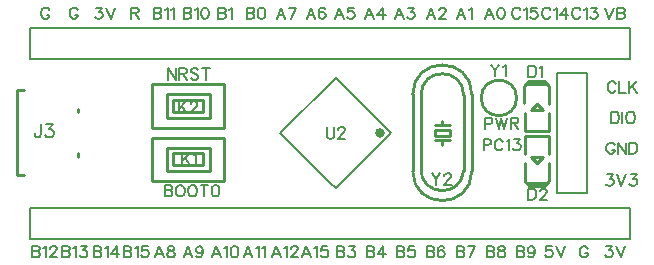
<source format=gto>
G04 Layer: TopSilkLayer*
G04 EasyEDA v6.4.7, 2020-12-25T10:38:26+08:00*
G04 e43d5a52300b4474860904ef7121ae38,6a067dcc3d704d6e9d47775c98f5c0bd,10*
G04 Gerber Generator version 0.2*
G04 Scale: 100 percent, Rotated: No, Reflected: No *
G04 Dimensions in inches *
G04 leading zeros omitted , absolute positions ,2 integer and 4 decimal *
%FSLAX24Y24*%
%MOIN*%
G90*
D02*

%ADD10C,0.010000*%
%ADD31C,0.007992*%
%ADD32C,0.008000*%
%ADD33C,0.007874*%
%ADD34C,0.015748*%
%ADD35C,0.006000*%

%LPD*%
G54D31*
G01X19004Y2429D02*
G01X19004Y5679D01*
G54D32*
G01X19004Y2429D02*
G01X18004Y2429D01*
G01X18004Y6429D01*
G01X19004Y6429D01*
G01X19004Y5679D01*
G01X433Y6929D02*
G01X433Y6879D01*
G01X20433Y6879D01*
G01X20433Y7929D01*
G01X433Y7929D01*
G01X433Y6929D01*
G01X433Y929D02*
G01X433Y879D01*
G01X20433Y879D01*
G01X20433Y1929D01*
G01X433Y1929D01*
G01X433Y929D01*
G54D10*
G01X2047Y5108D02*
G01X2047Y5226D01*
G01X2047Y3631D02*
G01X2047Y3749D01*
G01X236Y5846D02*
G01X-0Y5846D01*
G01X-0Y3011D02*
G01X-0Y5846D01*
G01X236Y3011D02*
G01X-0Y3011D01*
G01X5208Y3743D02*
G01X5208Y3343D01*
G01X6208Y3343D01*
G01X6208Y3743D01*
G01X5208Y3743D01*
G01X6417Y3937D02*
G01X4999Y3937D01*
G01X6417Y3149D02*
G01X6417Y3937D01*
G01X4999Y3149D02*
G01X6417Y3149D01*
G01X4999Y3937D02*
G01X4999Y3149D01*
G01X4507Y2814D02*
G01X4507Y4271D01*
G01X6909Y2814D02*
G01X4507Y2814D01*
G01X6909Y4271D02*
G01X6909Y2814D01*
G01X4507Y4271D02*
G01X6909Y4271D01*
G01X16922Y5101D02*
G01X16922Y4491D01*
G01X17722Y4491D01*
G01X17722Y5101D01*
G01X16912Y5411D02*
G01X16912Y5991D01*
G01X17072Y6151D01*
G01X17572Y6151D01*
G01X17722Y6001D01*
G01X17722Y5401D01*
G01X17125Y5190D02*
G01X17519Y5190D01*
G01X17519Y5190D01*
G01X17322Y5387D01*
G01X17322Y5387D01*
G01X17125Y5190D01*
G01X17007Y6056D02*
G01X17637Y6056D01*
G01X17723Y3717D02*
G01X17723Y4327D01*
G01X16923Y4327D01*
G01X16923Y3717D01*
G01X17733Y3407D02*
G01X17733Y2827D01*
G01X17573Y2667D01*
G01X17073Y2667D01*
G01X16923Y2817D01*
G01X16923Y3417D01*
G01X17520Y3628D02*
G01X17126Y3628D01*
G01X17126Y3628D01*
G01X17323Y3431D01*
G01X17323Y3431D01*
G01X17520Y3628D01*
G01X17638Y2762D02*
G01X17008Y2762D01*
G54D33*
G01X10506Y2693D02*
G01X8780Y4418D01*
G01X10633Y6271D01*
G01X12478Y4425D01*
G01X10626Y2572D01*
G01X10414Y2785D01*
G54D10*
G01X13464Y3248D02*
G01X13464Y5688D01*
G01X13188Y3149D02*
G01X13188Y5708D01*
G01X14881Y5688D02*
G01X14881Y3169D01*
G01X15157Y5708D02*
G01X15157Y3149D01*
G01X14423Y4529D02*
G01X13923Y4529D01*
G01X13923Y4529D02*
G01X13923Y4329D01*
G01X13923Y4329D02*
G01X14423Y4329D01*
G01X14423Y4329D02*
G01X14423Y4529D01*
G01X14423Y4679D02*
G01X14173Y4679D01*
G01X14173Y4679D02*
G01X13923Y4679D01*
G01X14173Y4679D02*
G01X14173Y4829D01*
G01X14423Y4179D02*
G01X14173Y4179D01*
G01X14173Y4179D02*
G01X13923Y4179D01*
G01X14173Y4179D02*
G01X14173Y4029D01*
G01X5208Y5514D02*
G01X5208Y5114D01*
G01X6208Y5114D01*
G01X6208Y5514D01*
G01X5208Y5514D01*
G01X6417Y5708D02*
G01X4999Y5708D01*
G01X6417Y4921D02*
G01X6417Y5708D01*
G01X4999Y4921D02*
G01X6417Y4921D01*
G01X4999Y5708D02*
G01X4999Y4921D01*
G01X4507Y4586D02*
G01X4507Y6043D01*
G01X6909Y4586D02*
G01X4507Y4586D01*
G01X6909Y6043D02*
G01X6909Y4586D01*
G01X4507Y6043D02*
G01X6909Y6043D01*
G54D32*
G01X15551Y4222D02*
G01X15551Y3840D01*
G01X15551Y4222D02*
G01X15714Y4222D01*
G01X15769Y4204D01*
G01X15787Y4186D01*
G01X15805Y4149D01*
G01X15805Y4095D01*
G01X15787Y4058D01*
G01X15769Y4040D01*
G01X15714Y4022D01*
G01X15551Y4022D01*
G01X16198Y4131D02*
G01X16180Y4167D01*
G01X16143Y4204D01*
G01X16107Y4222D01*
G01X16034Y4222D01*
G01X15998Y4204D01*
G01X15961Y4167D01*
G01X15943Y4131D01*
G01X15925Y4076D01*
G01X15925Y3986D01*
G01X15943Y3931D01*
G01X15961Y3895D01*
G01X15998Y3858D01*
G01X16034Y3840D01*
G01X16107Y3840D01*
G01X16143Y3858D01*
G01X16180Y3895D01*
G01X16198Y3931D01*
G01X16318Y4149D02*
G01X16354Y4167D01*
G01X16409Y4222D01*
G01X16409Y3840D01*
G01X16565Y4222D02*
G01X16765Y4222D01*
G01X16656Y4076D01*
G01X16711Y4076D01*
G01X16747Y4058D01*
G01X16765Y4040D01*
G01X16783Y3986D01*
G01X16783Y3949D01*
G01X16765Y3895D01*
G01X16729Y3858D01*
G01X16674Y3840D01*
G01X16620Y3840D01*
G01X16565Y3858D01*
G01X16547Y3876D01*
G01X16529Y3913D01*
G01X15590Y4930D02*
G01X15590Y4549D01*
G01X15590Y4930D02*
G01X15753Y4930D01*
G01X15808Y4912D01*
G01X15826Y4894D01*
G01X15844Y4858D01*
G01X15844Y4803D01*
G01X15826Y4767D01*
G01X15808Y4749D01*
G01X15753Y4730D01*
G01X15590Y4730D01*
G01X15964Y4930D02*
G01X16055Y4549D01*
G01X16146Y4930D02*
G01X16055Y4549D01*
G01X16146Y4930D02*
G01X16237Y4549D01*
G01X16328Y4930D02*
G01X16237Y4549D01*
G01X16448Y4930D02*
G01X16448Y4549D01*
G01X16448Y4930D02*
G01X16612Y4930D01*
G01X16666Y4912D01*
G01X16684Y4894D01*
G01X16702Y4858D01*
G01X16702Y4821D01*
G01X16684Y4785D01*
G01X16666Y4767D01*
G01X16612Y4749D01*
G01X16448Y4749D01*
G01X16575Y4749D02*
G01X16702Y4549D01*
G01X4921Y2686D02*
G01X4921Y2305D01*
G01X4921Y2686D02*
G01X5084Y2686D01*
G01X5139Y2668D01*
G01X5157Y2650D01*
G01X5175Y2614D01*
G01X5175Y2577D01*
G01X5157Y2541D01*
G01X5139Y2523D01*
G01X5084Y2505D01*
G01X4921Y2505D02*
G01X5084Y2505D01*
G01X5139Y2486D01*
G01X5157Y2468D01*
G01X5175Y2432D01*
G01X5175Y2377D01*
G01X5157Y2341D01*
G01X5139Y2323D01*
G01X5084Y2305D01*
G01X4921Y2305D01*
G01X5404Y2686D02*
G01X5368Y2668D01*
G01X5332Y2632D01*
G01X5313Y2596D01*
G01X5295Y2541D01*
G01X5295Y2450D01*
G01X5313Y2396D01*
G01X5332Y2359D01*
G01X5368Y2323D01*
G01X5404Y2305D01*
G01X5477Y2305D01*
G01X5513Y2323D01*
G01X5550Y2359D01*
G01X5568Y2396D01*
G01X5586Y2450D01*
G01X5586Y2541D01*
G01X5568Y2596D01*
G01X5550Y2632D01*
G01X5513Y2668D01*
G01X5477Y2686D01*
G01X5404Y2686D01*
G01X5815Y2686D02*
G01X5779Y2668D01*
G01X5743Y2632D01*
G01X5724Y2596D01*
G01X5706Y2541D01*
G01X5706Y2450D01*
G01X5724Y2396D01*
G01X5743Y2359D01*
G01X5779Y2323D01*
G01X5815Y2305D01*
G01X5888Y2305D01*
G01X5924Y2323D01*
G01X5961Y2359D01*
G01X5979Y2396D01*
G01X5997Y2450D01*
G01X5997Y2541D01*
G01X5979Y2596D01*
G01X5961Y2632D01*
G01X5924Y2668D01*
G01X5888Y2686D01*
G01X5815Y2686D01*
G01X6244Y2686D02*
G01X6244Y2305D01*
G01X6117Y2686D02*
G01X6372Y2686D01*
G01X6601Y2686D02*
G01X6546Y2668D01*
G01X6510Y2614D01*
G01X6492Y2523D01*
G01X6492Y2468D01*
G01X6510Y2377D01*
G01X6546Y2323D01*
G01X6601Y2305D01*
G01X6637Y2305D01*
G01X6692Y2323D01*
G01X6728Y2377D01*
G01X6746Y2468D01*
G01X6746Y2523D01*
G01X6728Y2614D01*
G01X6692Y2668D01*
G01X6637Y2686D01*
G01X6601Y2686D01*
G01X5039Y6584D02*
G01X5039Y6202D01*
G01X5039Y6584D02*
G01X5294Y6202D01*
G01X5294Y6584D02*
G01X5294Y6202D01*
G01X5414Y6584D02*
G01X5414Y6202D01*
G01X5414Y6584D02*
G01X5577Y6584D01*
G01X5632Y6566D01*
G01X5650Y6548D01*
G01X5668Y6511D01*
G01X5668Y6475D01*
G01X5650Y6439D01*
G01X5632Y6420D01*
G01X5577Y6402D01*
G01X5414Y6402D01*
G01X5541Y6402D02*
G01X5668Y6202D01*
G01X6043Y6530D02*
G01X6006Y6566D01*
G01X5952Y6584D01*
G01X5879Y6584D01*
G01X5825Y6566D01*
G01X5788Y6530D01*
G01X5788Y6493D01*
G01X5806Y6457D01*
G01X5825Y6439D01*
G01X5861Y6420D01*
G01X5970Y6384D01*
G01X6006Y6366D01*
G01X6025Y6348D01*
G01X6043Y6311D01*
G01X6043Y6257D01*
G01X6006Y6220D01*
G01X5952Y6202D01*
G01X5879Y6202D01*
G01X5825Y6220D01*
G01X5788Y6257D01*
G01X6290Y6584D02*
G01X6290Y6202D01*
G01X6163Y6584D02*
G01X6417Y6584D01*
G01X19600Y8603D02*
G01X19744Y8222D01*
G01X19890Y8603D02*
G01X19744Y8222D01*
G01X20010Y8603D02*
G01X20010Y8222D01*
G01X20010Y8603D02*
G01X20175Y8603D01*
G01X20228Y8585D01*
G01X20247Y8567D01*
G01X20264Y8531D01*
G01X20264Y8494D01*
G01X20247Y8458D01*
G01X20228Y8440D01*
G01X20175Y8422D01*
G01X20010Y8422D02*
G01X20175Y8422D01*
G01X20228Y8403D01*
G01X20247Y8385D01*
G01X20264Y8349D01*
G01X20264Y8294D01*
G01X20247Y8258D01*
G01X20228Y8240D01*
G01X20175Y8222D01*
G01X20010Y8222D01*
G01X16772Y8512D02*
G01X16755Y8549D01*
G01X16718Y8585D01*
G01X16681Y8603D01*
G01X16609Y8603D01*
G01X16572Y8585D01*
G01X16535Y8549D01*
G01X16518Y8512D01*
G01X16500Y8458D01*
G01X16500Y8367D01*
G01X16518Y8312D01*
G01X16535Y8276D01*
G01X16572Y8240D01*
G01X16609Y8222D01*
G01X16681Y8222D01*
G01X16718Y8240D01*
G01X16755Y8276D01*
G01X16772Y8312D01*
G01X16893Y8531D02*
G01X16928Y8549D01*
G01X16984Y8603D01*
G01X16984Y8222D01*
G01X17322Y8603D02*
G01X17139Y8603D01*
G01X17122Y8440D01*
G01X17139Y8458D01*
G01X17194Y8476D01*
G01X17248Y8476D01*
G01X17303Y8458D01*
G01X17339Y8422D01*
G01X17357Y8367D01*
G01X17357Y8331D01*
G01X17339Y8276D01*
G01X17303Y8240D01*
G01X17248Y8222D01*
G01X17194Y8222D01*
G01X17139Y8240D01*
G01X17122Y8258D01*
G01X17103Y8294D01*
G01X17772Y8512D02*
G01X17755Y8549D01*
G01X17718Y8585D01*
G01X17681Y8603D01*
G01X17609Y8603D01*
G01X17572Y8585D01*
G01X17535Y8549D01*
G01X17518Y8512D01*
G01X17500Y8458D01*
G01X17500Y8367D01*
G01X17518Y8312D01*
G01X17535Y8276D01*
G01X17572Y8240D01*
G01X17609Y8222D01*
G01X17681Y8222D01*
G01X17718Y8240D01*
G01X17755Y8276D01*
G01X17772Y8312D01*
G01X17893Y8531D02*
G01X17928Y8549D01*
G01X17984Y8603D01*
G01X17984Y8222D01*
G01X18285Y8603D02*
G01X18103Y8349D01*
G01X18376Y8349D01*
G01X18285Y8603D02*
G01X18285Y8222D01*
G01X18772Y8512D02*
G01X18755Y8549D01*
G01X18718Y8585D01*
G01X18681Y8603D01*
G01X18609Y8603D01*
G01X18572Y8585D01*
G01X18535Y8549D01*
G01X18518Y8512D01*
G01X18500Y8458D01*
G01X18500Y8367D01*
G01X18518Y8312D01*
G01X18535Y8276D01*
G01X18572Y8240D01*
G01X18609Y8222D01*
G01X18681Y8222D01*
G01X18718Y8240D01*
G01X18755Y8276D01*
G01X18772Y8312D01*
G01X18893Y8531D02*
G01X18928Y8549D01*
G01X18984Y8603D01*
G01X18984Y8222D01*
G01X19139Y8603D02*
G01X19339Y8603D01*
G01X19231Y8458D01*
G01X19285Y8458D01*
G01X19322Y8440D01*
G01X19339Y8422D01*
G01X19357Y8367D01*
G01X19357Y8331D01*
G01X19339Y8276D01*
G01X19303Y8240D01*
G01X19248Y8222D01*
G01X19194Y8222D01*
G01X19139Y8240D01*
G01X19122Y8258D01*
G01X19103Y8294D01*
G01X8794Y8603D02*
G01X8650Y8222D01*
G01X8794Y8603D02*
G01X8940Y8222D01*
G01X8705Y8349D02*
G01X8885Y8349D01*
G01X9314Y8603D02*
G01X9134Y8222D01*
G01X9060Y8603D02*
G01X9314Y8603D01*
G01X9794Y8603D02*
G01X9650Y8222D01*
G01X9794Y8603D02*
G01X9940Y8222D01*
G01X9705Y8349D02*
G01X9885Y8349D01*
G01X10278Y8549D02*
G01X10260Y8585D01*
G01X10206Y8603D01*
G01X10169Y8603D01*
G01X10114Y8585D01*
G01X10078Y8531D01*
G01X10060Y8440D01*
G01X10060Y8349D01*
G01X10078Y8276D01*
G01X10114Y8240D01*
G01X10169Y8222D01*
G01X10188Y8222D01*
G01X10243Y8240D01*
G01X10278Y8276D01*
G01X10297Y8331D01*
G01X10297Y8349D01*
G01X10278Y8403D01*
G01X10243Y8440D01*
G01X10188Y8458D01*
G01X10169Y8458D01*
G01X10114Y8440D01*
G01X10078Y8403D01*
G01X10060Y8349D01*
G01X10744Y8603D02*
G01X10600Y8222D01*
G01X10744Y8603D02*
G01X10890Y8222D01*
G01X10655Y8349D02*
G01X10835Y8349D01*
G01X11228Y8603D02*
G01X11047Y8603D01*
G01X11028Y8440D01*
G01X11047Y8458D01*
G01X11102Y8476D01*
G01X11156Y8476D01*
G01X11210Y8458D01*
G01X11247Y8422D01*
G01X11264Y8367D01*
G01X11264Y8331D01*
G01X11247Y8276D01*
G01X11210Y8240D01*
G01X11156Y8222D01*
G01X11102Y8222D01*
G01X11047Y8240D01*
G01X11028Y8258D01*
G01X11010Y8294D01*
G01X11744Y8603D02*
G01X11600Y8222D01*
G01X11744Y8603D02*
G01X11890Y8222D01*
G01X11655Y8349D02*
G01X11835Y8349D01*
G01X12193Y8603D02*
G01X12010Y8349D01*
G01X12284Y8349D01*
G01X12193Y8603D02*
G01X12193Y8222D01*
G01X12744Y8603D02*
G01X12600Y8222D01*
G01X12744Y8603D02*
G01X12890Y8222D01*
G01X12655Y8349D02*
G01X12835Y8349D01*
G01X13047Y8603D02*
G01X13247Y8603D01*
G01X13138Y8458D01*
G01X13193Y8458D01*
G01X13228Y8440D01*
G01X13247Y8422D01*
G01X13264Y8367D01*
G01X13264Y8331D01*
G01X13247Y8276D01*
G01X13210Y8240D01*
G01X13156Y8222D01*
G01X13102Y8222D01*
G01X13047Y8240D01*
G01X13028Y8258D01*
G01X13010Y8294D01*
G01X13794Y8603D02*
G01X13650Y8222D01*
G01X13794Y8603D02*
G01X13940Y8222D01*
G01X13705Y8349D02*
G01X13885Y8349D01*
G01X14078Y8512D02*
G01X14078Y8531D01*
G01X14097Y8567D01*
G01X14114Y8585D01*
G01X14152Y8603D01*
G01X14225Y8603D01*
G01X14260Y8585D01*
G01X14278Y8567D01*
G01X14297Y8531D01*
G01X14297Y8494D01*
G01X14278Y8458D01*
G01X14243Y8403D01*
G01X14060Y8222D01*
G01X14314Y8222D01*
G01X14794Y8603D02*
G01X14650Y8222D01*
G01X14794Y8603D02*
G01X14940Y8222D01*
G01X14705Y8349D02*
G01X14885Y8349D01*
G01X15060Y8531D02*
G01X15097Y8549D01*
G01X15152Y8603D01*
G01X15152Y8222D01*
G01X15744Y8603D02*
G01X15600Y8222D01*
G01X15744Y8603D02*
G01X15890Y8222D01*
G01X15655Y8349D02*
G01X15835Y8349D01*
G01X16119Y8603D02*
G01X16064Y8585D01*
G01X16028Y8531D01*
G01X16010Y8440D01*
G01X16010Y8385D01*
G01X16028Y8294D01*
G01X16064Y8240D01*
G01X16119Y8222D01*
G01X16156Y8222D01*
G01X16210Y8240D01*
G01X16247Y8294D01*
G01X16264Y8385D01*
G01X16264Y8440D01*
G01X16247Y8531D01*
G01X16210Y8585D01*
G01X16156Y8603D01*
G01X16119Y8603D01*
G01X6700Y8603D02*
G01X6700Y8222D01*
G01X6700Y8603D02*
G01X6863Y8603D01*
G01X6917Y8585D01*
G01X6936Y8567D01*
G01X6955Y8531D01*
G01X6955Y8494D01*
G01X6936Y8458D01*
G01X6917Y8440D01*
G01X6863Y8422D01*
G01X6700Y8422D02*
G01X6863Y8422D01*
G01X6917Y8403D01*
G01X6936Y8385D01*
G01X6955Y8349D01*
G01X6955Y8294D01*
G01X6936Y8258D01*
G01X6917Y8240D01*
G01X6863Y8222D01*
G01X6700Y8222D01*
G01X7075Y8531D02*
G01X7111Y8549D01*
G01X7165Y8603D01*
G01X7165Y8222D01*
G01X7650Y8603D02*
G01X7650Y8222D01*
G01X7650Y8603D02*
G01X7814Y8603D01*
G01X7868Y8585D01*
G01X7885Y8567D01*
G01X7905Y8531D01*
G01X7905Y8494D01*
G01X7885Y8458D01*
G01X7868Y8440D01*
G01X7814Y8422D01*
G01X7650Y8422D02*
G01X7814Y8422D01*
G01X7868Y8403D01*
G01X7885Y8385D01*
G01X7905Y8349D01*
G01X7905Y8294D01*
G01X7885Y8258D01*
G01X7868Y8240D01*
G01X7814Y8222D01*
G01X7650Y8222D01*
G01X8134Y8603D02*
G01X8078Y8585D01*
G01X8043Y8531D01*
G01X8025Y8440D01*
G01X8025Y8385D01*
G01X8043Y8294D01*
G01X8078Y8240D01*
G01X8134Y8222D01*
G01X8169Y8222D01*
G01X8225Y8240D01*
G01X8260Y8294D01*
G01X8278Y8385D01*
G01X8278Y8440D01*
G01X8260Y8531D01*
G01X8225Y8585D01*
G01X8169Y8603D01*
G01X8134Y8603D01*
G01X4550Y8603D02*
G01X4550Y8222D01*
G01X4550Y8603D02*
G01X4713Y8603D01*
G01X4767Y8585D01*
G01X4786Y8567D01*
G01X4805Y8531D01*
G01X4805Y8494D01*
G01X4786Y8458D01*
G01X4767Y8440D01*
G01X4713Y8422D01*
G01X4550Y8422D02*
G01X4713Y8422D01*
G01X4767Y8403D01*
G01X4786Y8385D01*
G01X4805Y8349D01*
G01X4805Y8294D01*
G01X4786Y8258D01*
G01X4767Y8240D01*
G01X4713Y8222D01*
G01X4550Y8222D01*
G01X4925Y8531D02*
G01X4961Y8549D01*
G01X5015Y8603D01*
G01X5015Y8222D01*
G01X5134Y8531D02*
G01X5171Y8549D01*
G01X5226Y8603D01*
G01X5226Y8222D01*
G01X5550Y8603D02*
G01X5550Y8222D01*
G01X5550Y8603D02*
G01X5713Y8603D01*
G01X5767Y8585D01*
G01X5786Y8567D01*
G01X5805Y8531D01*
G01X5805Y8494D01*
G01X5786Y8458D01*
G01X5767Y8440D01*
G01X5713Y8422D01*
G01X5550Y8422D02*
G01X5713Y8422D01*
G01X5767Y8403D01*
G01X5786Y8385D01*
G01X5805Y8349D01*
G01X5805Y8294D01*
G01X5786Y8258D01*
G01X5767Y8240D01*
G01X5713Y8222D01*
G01X5550Y8222D01*
G01X5925Y8531D02*
G01X5961Y8549D01*
G01X6015Y8603D01*
G01X6015Y8222D01*
G01X6244Y8603D02*
G01X6190Y8585D01*
G01X6153Y8531D01*
G01X6134Y8440D01*
G01X6134Y8385D01*
G01X6153Y8294D01*
G01X6190Y8240D01*
G01X6244Y8222D01*
G01X6280Y8222D01*
G01X6334Y8240D01*
G01X6371Y8294D01*
G01X6390Y8385D01*
G01X6390Y8440D01*
G01X6371Y8531D01*
G01X6334Y8585D01*
G01X6280Y8603D01*
G01X6244Y8603D01*
G01X3800Y8603D02*
G01X3800Y8222D01*
G01X3800Y8603D02*
G01X3963Y8603D01*
G01X4017Y8585D01*
G01X4036Y8567D01*
G01X4055Y8531D01*
G01X4055Y8494D01*
G01X4036Y8458D01*
G01X4017Y8440D01*
G01X3963Y8422D01*
G01X3800Y8422D01*
G01X3926Y8422D02*
G01X4055Y8222D01*
G01X2636Y8603D02*
G01X2836Y8603D01*
G01X2726Y8458D01*
G01X2782Y8458D01*
G01X2817Y8440D01*
G01X2836Y8422D01*
G01X2855Y8367D01*
G01X2855Y8331D01*
G01X2836Y8276D01*
G01X2800Y8240D01*
G01X2744Y8222D01*
G01X2690Y8222D01*
G01X2636Y8240D01*
G01X2617Y8258D01*
G01X2600Y8294D01*
G01X2975Y8603D02*
G01X3119Y8222D01*
G01X3265Y8603D02*
G01X3119Y8222D01*
G01X2023Y8512D02*
G01X2005Y8549D01*
G01X1967Y8585D01*
G01X1932Y8603D01*
G01X1859Y8603D01*
G01X1823Y8585D01*
G01X1786Y8549D01*
G01X1767Y8512D01*
G01X1750Y8458D01*
G01X1750Y8367D01*
G01X1767Y8312D01*
G01X1786Y8276D01*
G01X1823Y8240D01*
G01X1859Y8222D01*
G01X1932Y8222D01*
G01X1967Y8240D01*
G01X2005Y8276D01*
G01X2023Y8312D01*
G01X2023Y8367D01*
G01X1932Y8367D02*
G01X2023Y8367D01*
G01X1073Y8512D02*
G01X1055Y8549D01*
G01X1017Y8585D01*
G01X982Y8603D01*
G01X909Y8603D01*
G01X873Y8585D01*
G01X836Y8549D01*
G01X817Y8512D01*
G01X800Y8458D01*
G01X800Y8367D01*
G01X817Y8312D01*
G01X836Y8276D01*
G01X873Y8240D01*
G01X909Y8222D01*
G01X982Y8222D01*
G01X1017Y8240D01*
G01X1055Y8276D01*
G01X1073Y8312D01*
G01X1073Y8367D01*
G01X982Y8367D02*
G01X1073Y8367D01*
G01X19635Y653D02*
G01X19835Y653D01*
G01X19727Y508D01*
G01X19781Y508D01*
G01X19818Y490D01*
G01X19835Y472D01*
G01X19855Y417D01*
G01X19855Y381D01*
G01X19835Y326D01*
G01X19800Y290D01*
G01X19744Y272D01*
G01X19690Y272D01*
G01X19635Y290D01*
G01X19618Y308D01*
G01X19600Y344D01*
G01X19975Y653D02*
G01X20119Y272D01*
G01X20264Y653D02*
G01X20119Y272D01*
G01X19022Y562D02*
G01X19005Y599D01*
G01X18968Y635D01*
G01X18931Y653D01*
G01X18859Y653D01*
G01X18822Y635D01*
G01X18785Y599D01*
G01X18768Y562D01*
G01X18750Y508D01*
G01X18750Y417D01*
G01X18768Y362D01*
G01X18785Y326D01*
G01X18822Y290D01*
G01X18859Y272D01*
G01X18931Y272D01*
G01X18968Y290D01*
G01X19005Y326D01*
G01X19022Y362D01*
G01X19022Y417D01*
G01X18931Y417D02*
G01X19022Y417D01*
G01X17818Y653D02*
G01X17635Y653D01*
G01X17618Y490D01*
G01X17635Y508D01*
G01X17690Y526D01*
G01X17744Y526D01*
G01X17800Y508D01*
G01X17835Y472D01*
G01X17855Y417D01*
G01X17855Y381D01*
G01X17835Y326D01*
G01X17800Y290D01*
G01X17744Y272D01*
G01X17690Y272D01*
G01X17635Y290D01*
G01X17618Y308D01*
G01X17600Y344D01*
G01X17975Y653D02*
G01X18119Y272D01*
G01X18264Y653D02*
G01X18119Y272D01*
G01X16650Y653D02*
G01X16650Y272D01*
G01X16650Y653D02*
G01X16814Y653D01*
G01X16868Y635D01*
G01X16885Y617D01*
G01X16905Y581D01*
G01X16905Y544D01*
G01X16885Y508D01*
G01X16868Y490D01*
G01X16814Y472D01*
G01X16650Y472D02*
G01X16814Y472D01*
G01X16868Y453D01*
G01X16885Y435D01*
G01X16905Y399D01*
G01X16905Y344D01*
G01X16885Y308D01*
G01X16868Y290D01*
G01X16814Y272D01*
G01X16650Y272D01*
G01X17260Y526D02*
G01X17243Y472D01*
G01X17206Y435D01*
G01X17152Y417D01*
G01X17134Y417D01*
G01X17078Y435D01*
G01X17043Y472D01*
G01X17025Y526D01*
G01X17025Y544D01*
G01X17043Y599D01*
G01X17078Y635D01*
G01X17134Y653D01*
G01X17152Y653D01*
G01X17206Y635D01*
G01X17243Y599D01*
G01X17260Y526D01*
G01X17260Y435D01*
G01X17243Y344D01*
G01X17206Y290D01*
G01X17152Y272D01*
G01X17114Y272D01*
G01X17060Y290D01*
G01X17043Y326D01*
G01X15650Y653D02*
G01X15650Y272D01*
G01X15650Y653D02*
G01X15814Y653D01*
G01X15868Y635D01*
G01X15885Y617D01*
G01X15905Y581D01*
G01X15905Y544D01*
G01X15885Y508D01*
G01X15868Y490D01*
G01X15814Y472D01*
G01X15650Y472D02*
G01X15814Y472D01*
G01X15868Y453D01*
G01X15885Y435D01*
G01X15905Y399D01*
G01X15905Y344D01*
G01X15885Y308D01*
G01X15868Y290D01*
G01X15814Y272D01*
G01X15650Y272D01*
G01X16114Y653D02*
G01X16060Y635D01*
G01X16043Y599D01*
G01X16043Y562D01*
G01X16060Y526D01*
G01X16097Y508D01*
G01X16169Y490D01*
G01X16225Y472D01*
G01X16260Y435D01*
G01X16278Y399D01*
G01X16278Y344D01*
G01X16260Y308D01*
G01X16243Y290D01*
G01X16188Y272D01*
G01X16114Y272D01*
G01X16060Y290D01*
G01X16043Y308D01*
G01X16025Y344D01*
G01X16025Y399D01*
G01X16043Y435D01*
G01X16078Y472D01*
G01X16134Y490D01*
G01X16206Y508D01*
G01X16243Y526D01*
G01X16260Y562D01*
G01X16260Y599D01*
G01X16243Y635D01*
G01X16188Y653D01*
G01X16114Y653D01*
G01X14650Y653D02*
G01X14650Y272D01*
G01X14650Y653D02*
G01X14814Y653D01*
G01X14868Y635D01*
G01X14885Y617D01*
G01X14905Y581D01*
G01X14905Y544D01*
G01X14885Y508D01*
G01X14868Y490D01*
G01X14814Y472D01*
G01X14650Y472D02*
G01X14814Y472D01*
G01X14868Y453D01*
G01X14885Y435D01*
G01X14905Y399D01*
G01X14905Y344D01*
G01X14885Y308D01*
G01X14868Y290D01*
G01X14814Y272D01*
G01X14650Y272D01*
G01X15278Y653D02*
G01X15097Y272D01*
G01X15025Y653D02*
G01X15278Y653D01*
G01X13650Y653D02*
G01X13650Y272D01*
G01X13650Y653D02*
G01X13814Y653D01*
G01X13868Y635D01*
G01X13885Y617D01*
G01X13905Y581D01*
G01X13905Y544D01*
G01X13885Y508D01*
G01X13868Y490D01*
G01X13814Y472D01*
G01X13650Y472D02*
G01X13814Y472D01*
G01X13868Y453D01*
G01X13885Y435D01*
G01X13905Y399D01*
G01X13905Y344D01*
G01X13885Y308D01*
G01X13868Y290D01*
G01X13814Y272D01*
G01X13650Y272D01*
G01X14243Y599D02*
G01X14225Y635D01*
G01X14169Y653D01*
G01X14134Y653D01*
G01X14078Y635D01*
G01X14043Y581D01*
G01X14025Y490D01*
G01X14025Y399D01*
G01X14043Y326D01*
G01X14078Y290D01*
G01X14134Y272D01*
G01X14152Y272D01*
G01X14206Y290D01*
G01X14243Y326D01*
G01X14260Y381D01*
G01X14260Y399D01*
G01X14243Y453D01*
G01X14206Y490D01*
G01X14152Y508D01*
G01X14134Y508D01*
G01X14078Y490D01*
G01X14043Y453D01*
G01X14025Y399D01*
G01X12650Y653D02*
G01X12650Y272D01*
G01X12650Y653D02*
G01X12814Y653D01*
G01X12868Y635D01*
G01X12885Y617D01*
G01X12905Y581D01*
G01X12905Y544D01*
G01X12885Y508D01*
G01X12868Y490D01*
G01X12814Y472D01*
G01X12650Y472D02*
G01X12814Y472D01*
G01X12868Y453D01*
G01X12885Y435D01*
G01X12905Y399D01*
G01X12905Y344D01*
G01X12885Y308D01*
G01X12868Y290D01*
G01X12814Y272D01*
G01X12650Y272D01*
G01X13243Y653D02*
G01X13060Y653D01*
G01X13043Y490D01*
G01X13060Y508D01*
G01X13114Y526D01*
G01X13169Y526D01*
G01X13225Y508D01*
G01X13260Y472D01*
G01X13278Y417D01*
G01X13278Y381D01*
G01X13260Y326D01*
G01X13225Y290D01*
G01X13169Y272D01*
G01X13114Y272D01*
G01X13060Y290D01*
G01X13043Y308D01*
G01X13025Y344D01*
G01X11650Y653D02*
G01X11650Y272D01*
G01X11650Y653D02*
G01X11814Y653D01*
G01X11868Y635D01*
G01X11885Y617D01*
G01X11905Y581D01*
G01X11905Y544D01*
G01X11885Y508D01*
G01X11868Y490D01*
G01X11814Y472D01*
G01X11650Y472D02*
G01X11814Y472D01*
G01X11868Y453D01*
G01X11885Y435D01*
G01X11905Y399D01*
G01X11905Y344D01*
G01X11885Y308D01*
G01X11868Y290D01*
G01X11814Y272D01*
G01X11650Y272D01*
G01X12206Y653D02*
G01X12025Y399D01*
G01X12297Y399D01*
G01X12206Y653D02*
G01X12206Y272D01*
G01X10650Y653D02*
G01X10650Y272D01*
G01X10650Y653D02*
G01X10814Y653D01*
G01X10868Y635D01*
G01X10885Y617D01*
G01X10905Y581D01*
G01X10905Y544D01*
G01X10885Y508D01*
G01X10868Y490D01*
G01X10814Y472D01*
G01X10650Y472D02*
G01X10814Y472D01*
G01X10868Y453D01*
G01X10885Y435D01*
G01X10905Y399D01*
G01X10905Y344D01*
G01X10885Y308D01*
G01X10868Y290D01*
G01X10814Y272D01*
G01X10650Y272D01*
G01X11060Y653D02*
G01X11260Y653D01*
G01X11152Y508D01*
G01X11206Y508D01*
G01X11243Y490D01*
G01X11260Y472D01*
G01X11278Y417D01*
G01X11278Y381D01*
G01X11260Y326D01*
G01X11225Y290D01*
G01X11169Y272D01*
G01X11114Y272D01*
G01X11060Y290D01*
G01X11043Y308D01*
G01X11025Y344D01*
G01X9644Y653D02*
G01X9500Y272D01*
G01X9644Y653D02*
G01X9790Y272D01*
G01X9555Y399D02*
G01X9735Y399D01*
G01X9910Y581D02*
G01X9947Y599D01*
G01X10002Y653D01*
G01X10002Y272D01*
G01X10339Y653D02*
G01X10157Y653D01*
G01X10139Y490D01*
G01X10157Y508D01*
G01X10213Y526D01*
G01X10267Y526D01*
G01X10322Y508D01*
G01X10357Y472D01*
G01X10376Y417D01*
G01X10376Y381D01*
G01X10357Y326D01*
G01X10322Y290D01*
G01X10267Y272D01*
G01X10213Y272D01*
G01X10157Y290D01*
G01X10139Y308D01*
G01X10122Y344D01*
G01X8644Y653D02*
G01X8500Y272D01*
G01X8644Y653D02*
G01X8790Y272D01*
G01X8555Y399D02*
G01X8735Y399D01*
G01X8910Y581D02*
G01X8947Y599D01*
G01X9002Y653D01*
G01X9002Y272D01*
G01X9139Y562D02*
G01X9139Y581D01*
G01X9157Y617D01*
G01X9176Y635D01*
G01X9213Y653D01*
G01X9285Y653D01*
G01X9322Y635D01*
G01X9339Y617D01*
G01X9357Y581D01*
G01X9357Y544D01*
G01X9339Y508D01*
G01X9303Y453D01*
G01X9122Y272D01*
G01X9376Y272D01*
G01X7694Y653D02*
G01X7550Y272D01*
G01X7694Y653D02*
G01X7840Y272D01*
G01X7605Y399D02*
G01X7785Y399D01*
G01X7960Y581D02*
G01X7997Y599D01*
G01X8052Y653D01*
G01X8052Y272D01*
G01X8172Y581D02*
G01X8207Y599D01*
G01X8263Y653D01*
G01X8263Y272D01*
G01X6644Y653D02*
G01X6500Y272D01*
G01X6644Y653D02*
G01X6790Y272D01*
G01X6555Y399D02*
G01X6736Y399D01*
G01X6911Y581D02*
G01X6946Y599D01*
G01X7001Y653D01*
G01X7001Y272D01*
G01X7230Y653D02*
G01X7176Y635D01*
G01X7140Y581D01*
G01X7121Y490D01*
G01X7121Y435D01*
G01X7140Y344D01*
G01X7176Y290D01*
G01X7230Y272D01*
G01X7267Y272D01*
G01X7321Y290D01*
G01X7357Y344D01*
G01X7376Y435D01*
G01X7376Y490D01*
G01X7357Y581D01*
G01X7321Y635D01*
G01X7267Y653D01*
G01X7230Y653D01*
G01X5694Y653D02*
G01X5550Y272D01*
G01X5694Y653D02*
G01X5840Y272D01*
G01X5605Y399D02*
G01X5786Y399D01*
G01X6196Y526D02*
G01X6178Y472D01*
G01X6142Y435D01*
G01X6088Y417D01*
G01X6069Y417D01*
G01X6015Y435D01*
G01X5978Y472D01*
G01X5961Y526D01*
G01X5961Y544D01*
G01X5978Y599D01*
G01X6015Y635D01*
G01X6069Y653D01*
G01X6088Y653D01*
G01X6142Y635D01*
G01X6178Y599D01*
G01X6196Y526D01*
G01X6196Y435D01*
G01X6178Y344D01*
G01X6142Y290D01*
G01X6088Y272D01*
G01X6051Y272D01*
G01X5996Y290D01*
G01X5978Y326D01*
G01X4744Y653D02*
G01X4600Y272D01*
G01X4744Y653D02*
G01X4890Y272D01*
G01X4655Y399D02*
G01X4836Y399D01*
G01X5101Y653D02*
G01X5046Y635D01*
G01X5028Y599D01*
G01X5028Y562D01*
G01X5046Y526D01*
G01X5084Y508D01*
G01X5155Y490D01*
G01X5211Y472D01*
G01X5246Y435D01*
G01X5265Y399D01*
G01X5265Y344D01*
G01X5246Y308D01*
G01X5228Y290D01*
G01X5175Y272D01*
G01X5101Y272D01*
G01X5046Y290D01*
G01X5028Y308D01*
G01X5011Y344D01*
G01X5011Y399D01*
G01X5028Y435D01*
G01X5065Y472D01*
G01X5119Y490D01*
G01X5192Y508D01*
G01X5228Y526D01*
G01X5246Y562D01*
G01X5246Y599D01*
G01X5228Y635D01*
G01X5175Y653D01*
G01X5101Y653D01*
G01X3550Y653D02*
G01X3550Y272D01*
G01X3550Y653D02*
G01X3713Y653D01*
G01X3767Y635D01*
G01X3786Y617D01*
G01X3805Y581D01*
G01X3805Y544D01*
G01X3786Y508D01*
G01X3767Y490D01*
G01X3713Y472D01*
G01X3550Y472D02*
G01X3713Y472D01*
G01X3767Y453D01*
G01X3786Y435D01*
G01X3805Y399D01*
G01X3805Y344D01*
G01X3786Y308D01*
G01X3767Y290D01*
G01X3713Y272D01*
G01X3550Y272D01*
G01X3925Y581D02*
G01X3961Y599D01*
G01X4015Y653D01*
G01X4015Y272D01*
G01X4353Y653D02*
G01X4171Y653D01*
G01X4153Y490D01*
G01X4171Y508D01*
G01X4226Y526D01*
G01X4280Y526D01*
G01X4334Y508D01*
G01X4371Y472D01*
G01X4390Y417D01*
G01X4390Y381D01*
G01X4371Y326D01*
G01X4334Y290D01*
G01X4280Y272D01*
G01X4226Y272D01*
G01X4171Y290D01*
G01X4153Y308D01*
G01X4134Y344D01*
G01X2550Y653D02*
G01X2550Y272D01*
G01X2550Y653D02*
G01X2713Y653D01*
G01X2767Y635D01*
G01X2786Y617D01*
G01X2805Y581D01*
G01X2805Y544D01*
G01X2786Y508D01*
G01X2767Y490D01*
G01X2713Y472D01*
G01X2550Y472D02*
G01X2713Y472D01*
G01X2767Y453D01*
G01X2786Y435D01*
G01X2805Y399D01*
G01X2805Y344D01*
G01X2786Y308D01*
G01X2767Y290D01*
G01X2713Y272D01*
G01X2550Y272D01*
G01X2925Y581D02*
G01X2961Y599D01*
G01X3015Y653D01*
G01X3015Y272D01*
G01X3317Y653D02*
G01X3134Y399D01*
G01X3407Y399D01*
G01X3317Y653D02*
G01X3317Y272D01*
G01X1500Y653D02*
G01X1500Y272D01*
G01X1500Y653D02*
G01X1663Y653D01*
G01X1717Y635D01*
G01X1736Y617D01*
G01X1755Y581D01*
G01X1755Y544D01*
G01X1736Y508D01*
G01X1717Y490D01*
G01X1663Y472D01*
G01X1500Y472D02*
G01X1663Y472D01*
G01X1717Y453D01*
G01X1736Y435D01*
G01X1755Y399D01*
G01X1755Y344D01*
G01X1736Y308D01*
G01X1717Y290D01*
G01X1663Y272D01*
G01X1500Y272D01*
G01X1875Y581D02*
G01X1911Y599D01*
G01X1965Y653D01*
G01X1965Y272D01*
G01X2121Y653D02*
G01X2321Y653D01*
G01X2213Y508D01*
G01X2267Y508D01*
G01X2303Y490D01*
G01X2321Y472D01*
G01X2340Y417D01*
G01X2340Y381D01*
G01X2321Y326D01*
G01X2284Y290D01*
G01X2230Y272D01*
G01X2176Y272D01*
G01X2121Y290D01*
G01X2103Y308D01*
G01X2084Y344D01*
G01X500Y653D02*
G01X500Y272D01*
G01X500Y653D02*
G01X663Y653D01*
G01X717Y635D01*
G01X736Y617D01*
G01X755Y581D01*
G01X755Y544D01*
G01X736Y508D01*
G01X717Y490D01*
G01X663Y472D01*
G01X500Y472D02*
G01X663Y472D01*
G01X717Y453D01*
G01X736Y435D01*
G01X755Y399D01*
G01X755Y344D01*
G01X736Y308D01*
G01X717Y290D01*
G01X663Y272D01*
G01X500Y272D01*
G01X875Y581D02*
G01X911Y599D01*
G01X965Y653D01*
G01X965Y272D01*
G01X1103Y562D02*
G01X1103Y581D01*
G01X1121Y617D01*
G01X1140Y635D01*
G01X1176Y653D01*
G01X1248Y653D01*
G01X1284Y635D01*
G01X1303Y617D01*
G01X1321Y581D01*
G01X1321Y544D01*
G01X1303Y508D01*
G01X1267Y453D01*
G01X1084Y272D01*
G01X1340Y272D01*
G01X19663Y3041D02*
G01X19863Y3041D01*
G01X19754Y2896D01*
G01X19809Y2896D01*
G01X19845Y2878D01*
G01X19863Y2860D01*
G01X19882Y2805D01*
G01X19882Y2769D01*
G01X19863Y2714D01*
G01X19827Y2678D01*
G01X19772Y2660D01*
G01X19718Y2660D01*
G01X19663Y2678D01*
G01X19645Y2696D01*
G01X19627Y2732D01*
G01X20002Y3041D02*
G01X20147Y2660D01*
G01X20292Y3041D02*
G01X20147Y2660D01*
G01X20449Y3041D02*
G01X20649Y3041D01*
G01X20540Y2896D01*
G01X20594Y2896D01*
G01X20631Y2878D01*
G01X20649Y2860D01*
G01X20667Y2805D01*
G01X20667Y2769D01*
G01X20649Y2714D01*
G01X20612Y2678D01*
G01X20558Y2660D01*
G01X20503Y2660D01*
G01X20449Y2678D01*
G01X20431Y2696D01*
G01X20412Y2732D01*
G01X19918Y4013D02*
G01X19900Y4050D01*
G01X19863Y4086D01*
G01X19827Y4104D01*
G01X19754Y4104D01*
G01X19718Y4086D01*
G01X19682Y4050D01*
G01X19663Y4013D01*
G01X19645Y3959D01*
G01X19645Y3868D01*
G01X19663Y3813D01*
G01X19682Y3777D01*
G01X19718Y3741D01*
G01X19754Y3722D01*
G01X19827Y3722D01*
G01X19863Y3741D01*
G01X19900Y3777D01*
G01X19918Y3813D01*
G01X19918Y3868D01*
G01X19827Y3868D02*
G01X19918Y3868D01*
G01X20038Y4104D02*
G01X20038Y3722D01*
G01X20038Y4104D02*
G01X20293Y3722D01*
G01X20293Y4104D02*
G01X20293Y3722D01*
G01X20413Y4104D02*
G01X20413Y3722D01*
G01X20413Y4104D02*
G01X20540Y4104D01*
G01X20594Y4086D01*
G01X20631Y4050D01*
G01X20649Y4013D01*
G01X20667Y3959D01*
G01X20667Y3868D01*
G01X20649Y3813D01*
G01X20631Y3777D01*
G01X20594Y3741D01*
G01X20540Y3722D01*
G01X20413Y3722D01*
G01X19803Y5127D02*
G01X19803Y4745D01*
G01X19803Y5127D02*
G01X19930Y5127D01*
G01X19984Y5109D01*
G01X20021Y5073D01*
G01X20039Y5036D01*
G01X20057Y4982D01*
G01X20057Y4891D01*
G01X20039Y4836D01*
G01X20021Y4800D01*
G01X19984Y4764D01*
G01X19930Y4745D01*
G01X19803Y4745D01*
G01X20177Y5127D02*
G01X20177Y4745D01*
G01X20406Y5127D02*
G01X20370Y5109D01*
G01X20334Y5073D01*
G01X20315Y5036D01*
G01X20297Y4982D01*
G01X20297Y4891D01*
G01X20315Y4836D01*
G01X20334Y4800D01*
G01X20370Y4764D01*
G01X20406Y4745D01*
G01X20479Y4745D01*
G01X20515Y4764D01*
G01X20552Y4800D01*
G01X20570Y4836D01*
G01X20588Y4891D01*
G01X20588Y4982D01*
G01X20570Y5036D01*
G01X20552Y5073D01*
G01X20515Y5109D01*
G01X20479Y5127D01*
G01X20406Y5127D01*
G01X19954Y6060D02*
G01X19936Y6096D01*
G01X19899Y6133D01*
G01X19863Y6151D01*
G01X19790Y6151D01*
G01X19754Y6133D01*
G01X19717Y6096D01*
G01X19699Y6060D01*
G01X19681Y6005D01*
G01X19681Y5914D01*
G01X19699Y5860D01*
G01X19717Y5824D01*
G01X19754Y5787D01*
G01X19790Y5769D01*
G01X19863Y5769D01*
G01X19899Y5787D01*
G01X19936Y5824D01*
G01X19954Y5860D01*
G01X20074Y6151D02*
G01X20074Y5769D01*
G01X20074Y5769D02*
G01X20292Y5769D01*
G01X20412Y6151D02*
G01X20412Y5769D01*
G01X20667Y6151D02*
G01X20412Y5896D01*
G01X20503Y5987D02*
G01X20667Y5769D01*
G54D35*
G01X795Y4705D02*
G01X795Y4378D01*
G01X774Y4316D01*
G01X754Y4296D01*
G01X713Y4276D01*
G01X672Y4276D01*
G01X631Y4296D01*
G01X610Y4316D01*
G01X590Y4378D01*
G01X590Y4419D01*
G01X970Y4705D02*
G01X1195Y4705D01*
G01X1073Y4541D01*
G01X1134Y4541D01*
G01X1175Y4521D01*
G01X1195Y4501D01*
G01X1216Y4439D01*
G01X1216Y4398D01*
G01X1195Y4337D01*
G01X1155Y4296D01*
G01X1093Y4276D01*
G01X1032Y4276D01*
G01X970Y4296D01*
G01X950Y4316D01*
G01X930Y4357D01*
G54D32*
G01X5511Y3750D02*
G01X5511Y3368D01*
G01X5765Y3750D02*
G01X5511Y3495D01*
G01X5602Y3586D02*
G01X5765Y3368D01*
G01X5885Y3677D02*
G01X5922Y3695D01*
G01X5976Y3750D01*
G01X5976Y3368D01*
G01X17047Y6663D02*
G01X17047Y6281D01*
G01X17047Y6663D02*
G01X17174Y6663D01*
G01X17229Y6645D01*
G01X17265Y6608D01*
G01X17283Y6572D01*
G01X17302Y6517D01*
G01X17302Y6426D01*
G01X17283Y6372D01*
G01X17265Y6336D01*
G01X17229Y6299D01*
G01X17174Y6281D01*
G01X17047Y6281D01*
G01X17422Y6590D02*
G01X17458Y6608D01*
G01X17512Y6663D01*
G01X17512Y6281D01*
G01X17047Y2569D02*
G01X17047Y2187D01*
G01X17047Y2569D02*
G01X17174Y2569D01*
G01X17229Y2551D01*
G01X17265Y2514D01*
G01X17283Y2478D01*
G01X17302Y2423D01*
G01X17302Y2332D01*
G01X17283Y2278D01*
G01X17265Y2242D01*
G01X17229Y2205D01*
G01X17174Y2187D01*
G01X17047Y2187D01*
G01X17440Y2478D02*
G01X17440Y2496D01*
G01X17458Y2532D01*
G01X17476Y2551D01*
G01X17512Y2569D01*
G01X17585Y2569D01*
G01X17622Y2551D01*
G01X17640Y2532D01*
G01X17658Y2496D01*
G01X17658Y2460D01*
G01X17640Y2423D01*
G01X17603Y2369D01*
G01X17422Y2187D01*
G01X17676Y2187D01*
G01X10315Y4616D02*
G01X10315Y4343D01*
G01X10333Y4289D01*
G01X10369Y4252D01*
G01X10424Y4234D01*
G01X10460Y4234D01*
G01X10515Y4252D01*
G01X10551Y4289D01*
G01X10569Y4343D01*
G01X10569Y4616D01*
G01X10707Y4525D02*
G01X10707Y4543D01*
G01X10726Y4580D01*
G01X10744Y4598D01*
G01X10780Y4616D01*
G01X10853Y4616D01*
G01X10889Y4598D01*
G01X10907Y4580D01*
G01X10926Y4543D01*
G01X10926Y4507D01*
G01X10907Y4471D01*
G01X10871Y4416D01*
G01X10689Y4234D01*
G01X10944Y4234D01*
G01X13818Y3080D02*
G01X13963Y2899D01*
G01X13963Y2699D01*
G01X14109Y3080D02*
G01X13963Y2899D01*
G01X14247Y2990D02*
G01X14247Y3008D01*
G01X14265Y3044D01*
G01X14283Y3062D01*
G01X14320Y3080D01*
G01X14393Y3080D01*
G01X14429Y3062D01*
G01X14447Y3044D01*
G01X14465Y3008D01*
G01X14465Y2971D01*
G01X14447Y2935D01*
G01X14411Y2880D01*
G01X14229Y2699D01*
G01X14483Y2699D01*
G01X15787Y6702D02*
G01X15932Y6521D01*
G01X15932Y6321D01*
G01X16078Y6702D02*
G01X15932Y6521D01*
G01X16198Y6630D02*
G01X16234Y6648D01*
G01X16289Y6702D01*
G01X16289Y6321D01*
G01X5393Y5482D02*
G01X5393Y5100D01*
G01X5647Y5482D02*
G01X5393Y5228D01*
G01X5484Y5319D02*
G01X5647Y5100D01*
G01X5786Y5391D02*
G01X5786Y5410D01*
G01X5804Y5446D01*
G01X5822Y5464D01*
G01X5858Y5482D01*
G01X5931Y5482D01*
G01X5967Y5464D01*
G01X5986Y5446D01*
G01X6004Y5410D01*
G01X6004Y5373D01*
G01X5986Y5337D01*
G01X5949Y5282D01*
G01X5767Y5100D01*
G01X6022Y5100D01*
G54D34*
G75*
G01X12041Y4369D02*
G03X12040Y4370I55J56D01*
G01*
G54D10*
G75*
G01X15157Y3150D02*
G02X13189Y3149I-984J2D01*
G01*
G75*
G01X13189Y5709D02*
G02X15157Y5709I984J-3D01*
G01*
G75*
G01X14882Y3169D02*
G02X13464Y3248I-709J42D01*
G01*
G75*
G01X13465Y5689D02*
G02X14882Y5689I708J0D01*
G01*
G75*
G01X16653Y5591D02*
G03X16653Y5591I-591J0D01*
G01*
M00*
M02*

</source>
